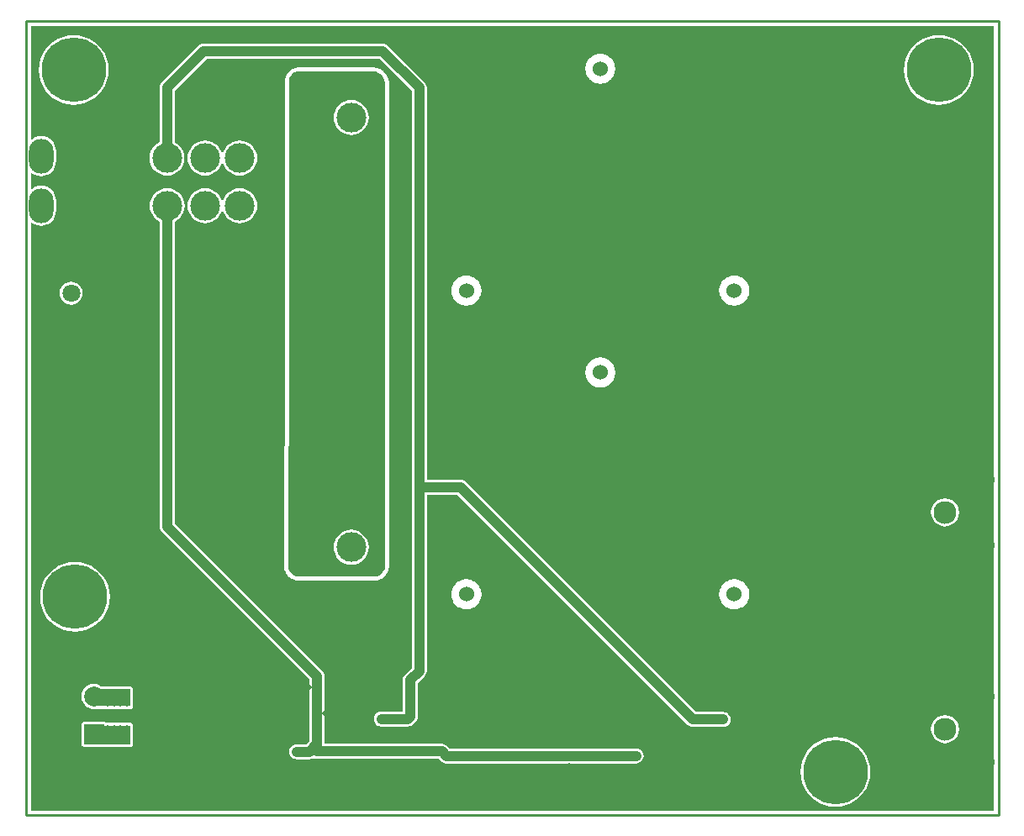
<source format=gbl>
G04 Layer_Physical_Order=2*
G04 Layer_Color=16711680*
%FSLAX25Y25*%
%MOIN*%
G70*
G01*
G75*
%ADD19C,0.03937*%
%ADD25C,0.01000*%
%ADD26C,0.11811*%
%ADD27C,0.06000*%
%ADD28C,0.07874*%
%ADD29R,0.07874X0.07874*%
%ADD30O,0.09842X0.13780*%
%ADD31C,0.07087*%
%ADD32C,0.25590*%
%ADD33C,0.09055*%
%ADD34C,0.13386*%
%ADD35C,0.01968*%
%ADD36R,0.15500X0.07500*%
%ADD37R,0.15000X0.07000*%
G36*
X383971Y1529D02*
X2029D01*
Y234809D01*
X2481Y235023D01*
X2824Y234742D01*
X3853Y234192D01*
X4969Y233853D01*
X6130Y233739D01*
X7291Y233853D01*
X8407Y234192D01*
X9436Y234742D01*
X10337Y235482D01*
X11077Y236383D01*
X11627Y237412D01*
X11965Y238528D01*
X12080Y239689D01*
Y243626D01*
X11965Y244787D01*
X11627Y245903D01*
X11077Y246932D01*
X10337Y247833D01*
X9436Y248573D01*
X8407Y249123D01*
X7291Y249462D01*
X6130Y249576D01*
X4969Y249462D01*
X3853Y249123D01*
X2824Y248573D01*
X2481Y248292D01*
X2029Y248505D01*
Y254495D01*
X2481Y254708D01*
X2824Y254427D01*
X3853Y253877D01*
X4969Y253538D01*
X6130Y253424D01*
X7291Y253538D01*
X8407Y253877D01*
X9436Y254427D01*
X10337Y255167D01*
X11077Y256068D01*
X11627Y257097D01*
X11965Y258213D01*
X12080Y259374D01*
Y263311D01*
X11965Y264472D01*
X11627Y265588D01*
X11077Y266617D01*
X10337Y267518D01*
X9436Y268258D01*
X8407Y268808D01*
X7291Y269147D01*
X6130Y269261D01*
X4969Y269147D01*
X3853Y268808D01*
X2824Y268258D01*
X2481Y267977D01*
X2029Y268191D01*
Y312971D01*
X383971D01*
Y1529D01*
D02*
G37*
%LPC*%
G36*
X19500Y100338D02*
X17335Y100168D01*
X15224Y99661D01*
X13218Y98830D01*
X11366Y97695D01*
X9715Y96285D01*
X8305Y94634D01*
X7170Y92782D01*
X6339Y90776D01*
X5832Y88665D01*
X5662Y86500D01*
X5832Y84335D01*
X6339Y82224D01*
X7170Y80218D01*
X8305Y78366D01*
X9715Y76715D01*
X11366Y75305D01*
X13218Y74170D01*
X15224Y73339D01*
X17335Y72832D01*
X19500Y72662D01*
X21665Y72832D01*
X23776Y73339D01*
X25782Y74170D01*
X27634Y75305D01*
X29285Y76715D01*
X30695Y78366D01*
X31830Y80218D01*
X32661Y82224D01*
X33168Y84335D01*
X33338Y86500D01*
X33168Y88665D01*
X32661Y90776D01*
X31830Y92782D01*
X30695Y94634D01*
X29285Y96285D01*
X27634Y97695D01*
X25782Y98830D01*
X23776Y99661D01*
X21665Y100168D01*
X19500Y100338D01*
D02*
G37*
G36*
X27000Y51980D02*
X25711Y51810D01*
X24510Y51313D01*
X23479Y50521D01*
X22688Y49490D01*
X22190Y48289D01*
X22020Y47000D01*
X22190Y45711D01*
X22688Y44510D01*
X23479Y43479D01*
X24510Y42687D01*
X25711Y42190D01*
X25962Y42157D01*
X26110Y42058D01*
X26500Y41980D01*
X32482D01*
X32500Y41977D01*
X32518Y41980D01*
X34982D01*
X35000Y41977D01*
X35018Y41980D01*
X37482D01*
X37500Y41977D01*
X37518Y41980D01*
X39982D01*
X40000Y41977D01*
X40018Y41980D01*
X41500D01*
X41890Y42058D01*
X42221Y42279D01*
X42442Y42610D01*
X42520Y43000D01*
Y50000D01*
X42442Y50390D01*
X42221Y50721D01*
X41890Y50942D01*
X41500Y51020D01*
X40018D01*
X40000Y51023D01*
X39982Y51020D01*
X37518D01*
X37500Y51023D01*
X37482Y51020D01*
X35018D01*
X35000Y51023D01*
X34982Y51020D01*
X32518D01*
X32500Y51023D01*
X32482Y51020D01*
X29871D01*
X29490Y51313D01*
X28289Y51810D01*
X27000Y51980D01*
D02*
G37*
G36*
X137993Y296606D02*
X108106D01*
X107951Y296575D01*
X107793D01*
X107020Y296421D01*
X106874Y296361D01*
X106719Y296330D01*
X105991Y296028D01*
X105859Y295940D01*
X105713Y295880D01*
X105058Y295442D01*
X104946Y295330D01*
X104815Y295242D01*
X104258Y294685D01*
X104170Y294554D01*
X104058Y294442D01*
X103620Y293787D01*
X103560Y293641D01*
X103472Y293509D01*
X103170Y292781D01*
X103139Y292626D01*
X103079Y292480D01*
X102925Y291707D01*
Y291549D01*
X102894Y291394D01*
Y291000D01*
Y192505D01*
X102394Y99009D01*
X102395Y99004D01*
X102394Y99000D01*
Y98557D01*
X102425Y98402D01*
Y98243D01*
X102598Y97374D01*
X102659Y97228D01*
X102690Y97073D01*
X103029Y96254D01*
X103117Y96122D01*
X103177Y95976D01*
X103670Y95239D01*
X103781Y95127D01*
X103869Y94996D01*
X104496Y94369D01*
X104628Y94281D01*
X104739Y94170D01*
X105476Y93677D01*
X105622Y93617D01*
X105754Y93529D01*
X106573Y93190D01*
X106728Y93159D01*
X106874Y93098D01*
X107744Y92925D01*
X107902D01*
X108057Y92894D01*
X138443D01*
X138598Y92925D01*
X138756D01*
X139626Y93098D01*
X139772Y93159D01*
X139927Y93190D01*
X140746Y93529D01*
X140877Y93617D01*
X141024Y93677D01*
X141761Y94170D01*
X141873Y94281D01*
X142004Y94369D01*
X142631Y94996D01*
X142719Y95127D01*
X142830Y95239D01*
X143323Y95976D01*
X143383Y96122D01*
X143471Y96254D01*
X143810Y97073D01*
X143841Y97228D01*
X143902Y97374D01*
X144075Y98243D01*
Y98402D01*
X144106Y98557D01*
Y99000D01*
Y290000D01*
Y290493D01*
X144075Y290648D01*
Y290806D01*
X143883Y291772D01*
X143822Y291918D01*
X143791Y292073D01*
X143414Y292983D01*
X143326Y293114D01*
X143266Y293260D01*
X142719Y294079D01*
X142607Y294191D01*
X142519Y294323D01*
X141823Y295019D01*
X141691Y295107D01*
X141579Y295219D01*
X140760Y295766D01*
X140614Y295827D01*
X140483Y295914D01*
X139573Y296291D01*
X139418Y296322D01*
X139272Y296383D01*
X138306Y296575D01*
X138148D01*
X137993Y296606D01*
D02*
G37*
G36*
X280925Y93487D02*
X280859Y93474D01*
X280792Y93479D01*
X279507Y93309D01*
X279381Y93266D01*
X279250Y93240D01*
X278053Y92745D01*
X277942Y92671D01*
X277823Y92611D01*
X276795Y91823D01*
X276707Y91722D01*
X276606Y91635D01*
X275818Y90606D01*
X275759Y90487D01*
X275684Y90376D01*
X275189Y89179D01*
X275163Y89048D01*
X275120Y88922D01*
X274951Y87637D01*
X274959Y87504D01*
X274951Y87371D01*
X275120Y86086D01*
X275163Y85960D01*
X275189Y85829D01*
X275684Y84632D01*
X275759Y84521D01*
X275818Y84401D01*
X276606Y83373D01*
X276707Y83285D01*
X276795Y83185D01*
X277823Y82396D01*
X277942Y82337D01*
X278053Y82263D01*
X279250Y81767D01*
X279381Y81741D01*
X279507Y81699D01*
X280792Y81529D01*
X280859Y81534D01*
X280925Y81521D01*
X280991Y81534D01*
X281058Y81529D01*
X282343Y81699D01*
X282469Y81741D01*
X282600Y81767D01*
X283797Y82263D01*
X283908Y82337D01*
X284028Y82396D01*
X285056Y83185D01*
X285144Y83285D01*
X285244Y83373D01*
X286033Y84401D01*
X286092Y84521D01*
X286166Y84632D01*
X286662Y85829D01*
X286688Y85960D01*
X286731Y86086D01*
X286900Y87371D01*
X286891Y87504D01*
X286900Y87637D01*
X286731Y88922D01*
X286688Y89048D01*
X286662Y89179D01*
X286166Y90376D01*
X286092Y90487D01*
X286033Y90606D01*
X285244Y91635D01*
X285144Y91723D01*
X285056Y91823D01*
X284028Y92611D01*
X283908Y92671D01*
X283797Y92745D01*
X282600Y93240D01*
X282469Y93266D01*
X282343Y93309D01*
X281058Y93479D01*
X280991Y93474D01*
X280925Y93487D01*
D02*
G37*
G36*
X174744D02*
X174678Y93474D01*
X174611Y93479D01*
X173326Y93309D01*
X173200Y93266D01*
X173069Y93240D01*
X171872Y92745D01*
X171761Y92671D01*
X171642Y92611D01*
X170614Y91823D01*
X170526Y91723D01*
X170425Y91635D01*
X169636Y90606D01*
X169578Y90487D01*
X169503Y90376D01*
X169008Y89179D01*
X168982Y89048D01*
X168939Y88922D01*
X168770Y87637D01*
X168778Y87504D01*
X168770Y87371D01*
X168939Y86086D01*
X168982Y85960D01*
X169008Y85829D01*
X169503Y84632D01*
X169578Y84521D01*
X169636Y84401D01*
X170425Y83373D01*
X170526Y83285D01*
X170614Y83185D01*
X171642Y82396D01*
X171761Y82337D01*
X171872Y82263D01*
X173069Y81767D01*
X173200Y81741D01*
X173326Y81699D01*
X174611Y81529D01*
X174678Y81534D01*
X174744Y81521D01*
X174810Y81534D01*
X174877Y81529D01*
X176162Y81699D01*
X176288Y81741D01*
X176419Y81767D01*
X177616Y82263D01*
X177727Y82337D01*
X177847Y82396D01*
X178875Y83185D01*
X178963Y83285D01*
X179063Y83373D01*
X179852Y84401D01*
X179911Y84521D01*
X179985Y84632D01*
X180481Y85829D01*
X180507Y85960D01*
X180550Y86086D01*
X180719Y87371D01*
X180710Y87504D01*
X180719Y87637D01*
X180550Y88922D01*
X180507Y89048D01*
X180481Y89179D01*
X179985Y90376D01*
X179911Y90487D01*
X179852Y90606D01*
X179063Y91635D01*
X178963Y91723D01*
X178875Y91823D01*
X177847Y92611D01*
X177727Y92671D01*
X177616Y92745D01*
X176419Y93240D01*
X176288Y93266D01*
X176162Y93309D01*
X174877Y93479D01*
X174810Y93474D01*
X174744Y93487D01*
D02*
G37*
G36*
X30937Y36957D02*
X23063D01*
X22673Y36879D01*
X22342Y36658D01*
X22121Y36327D01*
X22043Y35937D01*
Y28063D01*
X22121Y27673D01*
X22342Y27342D01*
X22673Y27121D01*
X23063Y27043D01*
X25683D01*
X26000Y26980D01*
X41500D01*
X41890Y27058D01*
X42221Y27279D01*
X42442Y27610D01*
X42520Y28000D01*
Y35500D01*
X42442Y35890D01*
X42221Y36221D01*
X41890Y36442D01*
X41500Y36520D01*
X40018D01*
X40000Y36523D01*
X39982Y36520D01*
X37518D01*
X37500Y36523D01*
X37482Y36520D01*
X35018D01*
X35000Y36523D01*
X34982Y36520D01*
X32518D01*
X32500Y36523D01*
X32482Y36520D01*
X31750D01*
X31658Y36658D01*
X31327Y36879D01*
X30937Y36957D01*
D02*
G37*
G36*
X56130Y248596D02*
X54776Y248463D01*
X53474Y248068D01*
X52275Y247427D01*
X51223Y246564D01*
X50360Y245513D01*
X49719Y244313D01*
X49324Y243011D01*
X49191Y241657D01*
X49324Y240304D01*
X49719Y239002D01*
X50360Y237802D01*
X51223Y236751D01*
X52275Y235888D01*
X53136Y235428D01*
Y114383D01*
X53238Y113608D01*
X53537Y112885D01*
X54013Y112265D01*
X112506Y53772D01*
Y29382D01*
X111118Y27994D01*
X107500D01*
X106725Y27892D01*
X106003Y27593D01*
X105383Y27117D01*
X104907Y26497D01*
X104608Y25775D01*
X104506Y25000D01*
X104608Y24225D01*
X104907Y23503D01*
X105383Y22883D01*
X106003Y22407D01*
X106725Y22108D01*
X107500Y22006D01*
X112358D01*
X113133Y22108D01*
X113855Y22407D01*
X114032Y22543D01*
X114725Y22256D01*
X115500Y22154D01*
X163755D01*
X164630Y21279D01*
X165250Y20803D01*
X165972Y20504D01*
X166747Y20402D01*
X242000D01*
X242775Y20504D01*
X243497Y20803D01*
X244117Y21279D01*
X244593Y21899D01*
X244892Y22621D01*
X244994Y23396D01*
X244892Y24171D01*
X244593Y24893D01*
X244117Y25513D01*
X243497Y25989D01*
X242775Y26288D01*
X242000Y26390D01*
X167987D01*
X167112Y27265D01*
X166492Y27741D01*
X165770Y28040D01*
X164995Y28142D01*
X118494D01*
Y55012D01*
X118392Y55787D01*
X118217Y56210D01*
X118093Y56510D01*
X117617Y57130D01*
X59124Y115623D01*
Y235428D01*
X59985Y235888D01*
X61036Y236751D01*
X61899Y237802D01*
X62541Y239002D01*
X62936Y240304D01*
X63069Y241657D01*
X62936Y243011D01*
X62541Y244313D01*
X61899Y245513D01*
X61036Y246564D01*
X59985Y247427D01*
X58785Y248068D01*
X57484Y248463D01*
X56130Y248596D01*
D02*
G37*
G36*
X364500Y39576D02*
X363057Y39386D01*
X361712Y38829D01*
X360557Y37943D01*
X359671Y36788D01*
X359114Y35443D01*
X358924Y34000D01*
X359114Y32557D01*
X359671Y31213D01*
X360557Y30058D01*
X361712Y29172D01*
X363057Y28615D01*
X364500Y28425D01*
X365943Y28615D01*
X367287Y29172D01*
X368442Y30058D01*
X369328Y31213D01*
X369885Y32557D01*
X370075Y34000D01*
X369885Y35443D01*
X369328Y36788D01*
X368442Y37943D01*
X367287Y38829D01*
X365943Y39386D01*
X364500Y39576D01*
D02*
G37*
G36*
X321000Y30838D02*
X318835Y30668D01*
X316724Y30161D01*
X314718Y29330D01*
X312866Y28195D01*
X311215Y26785D01*
X309805Y25134D01*
X308670Y23282D01*
X307839Y21276D01*
X307332Y19165D01*
X307162Y17000D01*
X307332Y14835D01*
X307839Y12724D01*
X308670Y10718D01*
X309805Y8866D01*
X311215Y7215D01*
X312866Y5805D01*
X314718Y4670D01*
X316724Y3839D01*
X318835Y3332D01*
X321000Y3162D01*
X323165Y3332D01*
X325276Y3839D01*
X327282Y4670D01*
X329134Y5805D01*
X330785Y7215D01*
X332195Y8866D01*
X333330Y10718D01*
X334161Y12724D01*
X334668Y14835D01*
X334838Y17000D01*
X334668Y19165D01*
X334161Y21276D01*
X333330Y23282D01*
X332195Y25134D01*
X330785Y26785D01*
X329134Y28195D01*
X327282Y29330D01*
X325276Y30161D01*
X323165Y30668D01*
X321000Y30838D01*
D02*
G37*
G36*
X141500Y305994D02*
X70500D01*
X69725Y305892D01*
X69003Y305593D01*
X68383Y305117D01*
X53936Y290671D01*
X53460Y290051D01*
X53161Y289328D01*
X53059Y288553D01*
Y266785D01*
X52198Y266325D01*
X51147Y265462D01*
X50284Y264410D01*
X49643Y263211D01*
X49248Y261909D01*
X49115Y260555D01*
X49248Y259201D01*
X49643Y257900D01*
X50284Y256700D01*
X51147Y255649D01*
X52198Y254786D01*
X53398Y254144D01*
X54700Y253749D01*
X56053Y253616D01*
X57407Y253749D01*
X58709Y254144D01*
X59908Y254786D01*
X60960Y255649D01*
X61823Y256700D01*
X62464Y257900D01*
X62859Y259201D01*
X62992Y260555D01*
X62859Y261909D01*
X62464Y263211D01*
X61823Y264410D01*
X60960Y265462D01*
X59908Y266325D01*
X59048Y266785D01*
Y287313D01*
X71740Y300006D01*
X140260D01*
X153006Y287260D01*
Y130000D01*
Y58240D01*
X150383Y55617D01*
X149907Y54997D01*
X149608Y54275D01*
X149506Y53500D01*
Y40994D01*
X141000D01*
X140225Y40892D01*
X139503Y40593D01*
X138883Y40117D01*
X138407Y39497D01*
X138108Y38775D01*
X138006Y38000D01*
X138108Y37225D01*
X138407Y36503D01*
X138883Y35883D01*
X139503Y35407D01*
X140225Y35108D01*
X141000Y35006D01*
X151500D01*
X152275Y35108D01*
X152997Y35407D01*
X153617Y35883D01*
X154617Y36883D01*
X155093Y37503D01*
X155217Y37802D01*
X155392Y38225D01*
X155494Y39000D01*
Y52260D01*
X158117Y54883D01*
X158593Y55503D01*
X158892Y56225D01*
X158994Y57000D01*
Y127006D01*
X171260D01*
X262518Y35748D01*
X263138Y35272D01*
X263437Y35148D01*
X263860Y34973D01*
X264635Y34871D01*
X276500D01*
X277275Y34973D01*
X277997Y35272D01*
X278617Y35748D01*
X279093Y36368D01*
X279392Y37090D01*
X279494Y37865D01*
X279392Y38640D01*
X279093Y39362D01*
X278617Y39982D01*
X277997Y40458D01*
X277275Y40757D01*
X276500Y40859D01*
X265875D01*
X174617Y132117D01*
X173997Y132593D01*
X173275Y132892D01*
X172500Y132994D01*
X158994D01*
Y288500D01*
X158892Y289275D01*
X158593Y289997D01*
X158117Y290617D01*
X143617Y305117D01*
X142997Y305593D01*
X142275Y305892D01*
X141500Y305994D01*
D02*
G37*
G36*
X364500Y125576D02*
X363057Y125386D01*
X361712Y124829D01*
X360557Y123943D01*
X359671Y122788D01*
X359114Y121443D01*
X358924Y120000D01*
X359114Y118557D01*
X359671Y117213D01*
X360557Y116058D01*
X361712Y115172D01*
X363057Y114615D01*
X364500Y114425D01*
X365943Y114615D01*
X367287Y115172D01*
X368442Y116058D01*
X369328Y117213D01*
X369885Y118557D01*
X370075Y120000D01*
X369885Y121443D01*
X369328Y122788D01*
X368442Y123943D01*
X367287Y124829D01*
X365943Y125386D01*
X364500Y125576D01*
D02*
G37*
G36*
X84870Y267494D02*
X83516Y267361D01*
X82215Y266966D01*
X81015Y266325D01*
X79963Y265462D01*
X79101Y264410D01*
X78459Y263211D01*
X78261Y262558D01*
X77739D01*
X77541Y263211D01*
X76899Y264410D01*
X76037Y265462D01*
X74985Y266325D01*
X73785Y266966D01*
X72484Y267361D01*
X71130Y267494D01*
X69776Y267361D01*
X68475Y266966D01*
X67275Y266325D01*
X66223Y265462D01*
X65360Y264410D01*
X64719Y263211D01*
X64324Y261909D01*
X64191Y260555D01*
X64324Y259201D01*
X64719Y257900D01*
X65360Y256700D01*
X66223Y255649D01*
X67275Y254786D01*
X68475Y254144D01*
X69776Y253749D01*
X71130Y253616D01*
X72484Y253749D01*
X73785Y254144D01*
X74985Y254786D01*
X76037Y255649D01*
X76899Y256700D01*
X77541Y257900D01*
X77739Y258553D01*
X78261D01*
X78459Y257900D01*
X79101Y256700D01*
X79963Y255649D01*
X81015Y254786D01*
X82215Y254144D01*
X83516Y253749D01*
X84870Y253616D01*
X86224Y253749D01*
X87525Y254144D01*
X88725Y254786D01*
X89777Y255649D01*
X90640Y256700D01*
X91281Y257900D01*
X91676Y259201D01*
X91809Y260555D01*
X91676Y261909D01*
X91281Y263211D01*
X90640Y264410D01*
X89777Y265462D01*
X88725Y266325D01*
X87525Y266966D01*
X86224Y267361D01*
X84870Y267494D01*
D02*
G37*
G36*
Y248596D02*
X83516Y248463D01*
X82215Y248068D01*
X81015Y247427D01*
X79963Y246564D01*
X79101Y245513D01*
X78459Y244313D01*
X78261Y243660D01*
X77739D01*
X77541Y244313D01*
X76899Y245513D01*
X76037Y246564D01*
X74985Y247427D01*
X73785Y248068D01*
X72484Y248463D01*
X71130Y248596D01*
X69776Y248463D01*
X68475Y248068D01*
X67275Y247427D01*
X66223Y246564D01*
X65360Y245513D01*
X64719Y244313D01*
X64324Y243011D01*
X64191Y241657D01*
X64324Y240304D01*
X64719Y239002D01*
X65360Y237802D01*
X66223Y236751D01*
X67275Y235888D01*
X68475Y235247D01*
X69776Y234852D01*
X71130Y234719D01*
X72484Y234852D01*
X73785Y235247D01*
X74985Y235888D01*
X76037Y236751D01*
X76899Y237802D01*
X77541Y239002D01*
X77739Y239655D01*
X78261D01*
X78459Y239002D01*
X79101Y237802D01*
X79963Y236751D01*
X81015Y235888D01*
X82215Y235247D01*
X83516Y234852D01*
X84870Y234719D01*
X86224Y234852D01*
X87525Y235247D01*
X88725Y235888D01*
X89777Y236751D01*
X90640Y237802D01*
X91281Y239002D01*
X91676Y240304D01*
X91809Y241657D01*
X91676Y243011D01*
X91281Y244313D01*
X90640Y245513D01*
X89777Y246564D01*
X88725Y247427D01*
X87525Y248068D01*
X86224Y248463D01*
X84870Y248596D01*
D02*
G37*
G36*
X19000Y309338D02*
X16835Y309168D01*
X14724Y308661D01*
X12718Y307830D01*
X10866Y306695D01*
X9215Y305285D01*
X7805Y303634D01*
X6670Y301782D01*
X5839Y299776D01*
X5332Y297665D01*
X5162Y295500D01*
X5332Y293335D01*
X5839Y291224D01*
X6670Y289218D01*
X7805Y287366D01*
X9215Y285715D01*
X10866Y284305D01*
X12718Y283170D01*
X14724Y282339D01*
X16835Y281832D01*
X19000Y281662D01*
X21165Y281832D01*
X23276Y282339D01*
X25282Y283170D01*
X27134Y284305D01*
X28785Y285715D01*
X30195Y287366D01*
X31330Y289218D01*
X32161Y291224D01*
X32668Y293335D01*
X32838Y295500D01*
X32668Y297665D01*
X32161Y299776D01*
X31330Y301782D01*
X30195Y303634D01*
X28785Y305285D01*
X27134Y306695D01*
X25282Y307830D01*
X23276Y308661D01*
X21165Y309168D01*
X19000Y309338D01*
D02*
G37*
G36*
X227854Y301979D02*
X227788Y301966D01*
X227721Y301971D01*
X226436Y301801D01*
X226310Y301759D01*
X226179Y301733D01*
X224982Y301237D01*
X224871Y301163D01*
X224752Y301104D01*
X223724Y300315D01*
X223636Y300215D01*
X223536Y300127D01*
X222747Y299099D01*
X222688Y298979D01*
X222614Y298868D01*
X222118Y297671D01*
X222092Y297540D01*
X222049Y297414D01*
X221880Y296129D01*
X221888Y295996D01*
X221880Y295863D01*
X222049Y294578D01*
X222092Y294452D01*
X222118Y294321D01*
X222614Y293124D01*
X222688Y293013D01*
X222747Y292894D01*
X223536Y291865D01*
X223636Y291778D01*
X223724Y291677D01*
X224752Y290888D01*
X224871Y290829D01*
X224982Y290755D01*
X226179Y290260D01*
X226310Y290233D01*
X226436Y290191D01*
X227721Y290021D01*
X227788Y290026D01*
X227854Y290013D01*
X227920Y290026D01*
X227987Y290021D01*
X229272Y290191D01*
X229398Y290233D01*
X229529Y290260D01*
X230726Y290755D01*
X230837Y290829D01*
X230957Y290888D01*
X231985Y291677D01*
X232073Y291778D01*
X232173Y291865D01*
X232962Y292894D01*
X233021Y293013D01*
X233095Y293124D01*
X233591Y294321D01*
X233617Y294452D01*
X233660Y294578D01*
X233829Y295863D01*
X233820Y295996D01*
X233829Y296129D01*
X233660Y297414D01*
X233617Y297540D01*
X233591Y297671D01*
X233095Y298868D01*
X233021Y298979D01*
X232962Y299099D01*
X232173Y300127D01*
X232073Y300215D01*
X231985Y300315D01*
X230957Y301104D01*
X230837Y301163D01*
X230726Y301237D01*
X229529Y301733D01*
X229398Y301759D01*
X229272Y301801D01*
X227987Y301971D01*
X227920Y301966D01*
X227854Y301979D01*
D02*
G37*
G36*
X362000Y309338D02*
X359835Y309168D01*
X357724Y308661D01*
X355718Y307830D01*
X353866Y306695D01*
X352215Y305285D01*
X350805Y303634D01*
X349670Y301782D01*
X348839Y299776D01*
X348332Y297665D01*
X348162Y295500D01*
X348332Y293335D01*
X348839Y291224D01*
X349670Y289218D01*
X350805Y287366D01*
X352215Y285715D01*
X353866Y284305D01*
X355718Y283170D01*
X357724Y282339D01*
X359835Y281832D01*
X362000Y281662D01*
X364165Y281832D01*
X366276Y282339D01*
X368282Y283170D01*
X370134Y284305D01*
X371785Y285715D01*
X373195Y287366D01*
X374330Y289218D01*
X375161Y291224D01*
X375668Y293335D01*
X375838Y295500D01*
X375668Y297665D01*
X375161Y299776D01*
X374330Y301782D01*
X373195Y303634D01*
X371785Y305285D01*
X370134Y306695D01*
X368282Y307830D01*
X366276Y308661D01*
X364165Y309168D01*
X362000Y309338D01*
D02*
G37*
G36*
X280925Y213987D02*
X280859Y213974D01*
X280792Y213979D01*
X279507Y213809D01*
X279381Y213767D01*
X279250Y213740D01*
X278053Y213245D01*
X277942Y213171D01*
X277823Y213111D01*
X276795Y212323D01*
X276707Y212222D01*
X276606Y212135D01*
X275818Y211106D01*
X275759Y210987D01*
X275684Y210876D01*
X275189Y209679D01*
X275163Y209548D01*
X275120Y209422D01*
X274951Y208137D01*
X274959Y208004D01*
X274951Y207871D01*
X275120Y206586D01*
X275163Y206460D01*
X275189Y206329D01*
X275684Y205132D01*
X275759Y205021D01*
X275818Y204901D01*
X276606Y203873D01*
X276707Y203785D01*
X276795Y203685D01*
X277823Y202896D01*
X277942Y202837D01*
X278053Y202763D01*
X279250Y202267D01*
X279381Y202241D01*
X279507Y202199D01*
X280792Y202029D01*
X280859Y202034D01*
X280925Y202021D01*
X280991Y202034D01*
X281058Y202029D01*
X282343Y202199D01*
X282469Y202241D01*
X282600Y202267D01*
X283797Y202763D01*
X283908Y202837D01*
X284028Y202896D01*
X285056Y203685D01*
X285144Y203785D01*
X285244Y203873D01*
X286033Y204901D01*
X286092Y205021D01*
X286166Y205132D01*
X286662Y206329D01*
X286688Y206460D01*
X286731Y206586D01*
X286900Y207871D01*
X286891Y208004D01*
X286900Y208137D01*
X286731Y209422D01*
X286688Y209548D01*
X286662Y209679D01*
X286166Y210876D01*
X286092Y210987D01*
X286033Y211106D01*
X285244Y212135D01*
X285144Y212223D01*
X285056Y212323D01*
X284028Y213111D01*
X283908Y213171D01*
X283797Y213245D01*
X282600Y213740D01*
X282469Y213767D01*
X282343Y213809D01*
X281058Y213979D01*
X280991Y213974D01*
X280925Y213987D01*
D02*
G37*
G36*
X227854Y181479D02*
X227788Y181466D01*
X227721Y181471D01*
X226436Y181301D01*
X226310Y181259D01*
X226179Y181233D01*
X224982Y180737D01*
X224871Y180663D01*
X224752Y180604D01*
X223724Y179815D01*
X223636Y179715D01*
X223536Y179627D01*
X222747Y178599D01*
X222688Y178479D01*
X222614Y178368D01*
X222118Y177171D01*
X222092Y177040D01*
X222049Y176914D01*
X221880Y175629D01*
X221888Y175496D01*
X221880Y175363D01*
X222049Y174078D01*
X222092Y173952D01*
X222118Y173821D01*
X222614Y172624D01*
X222688Y172513D01*
X222747Y172394D01*
X223536Y171365D01*
X223636Y171277D01*
X223724Y171177D01*
X224752Y170388D01*
X224871Y170329D01*
X224982Y170255D01*
X226179Y169760D01*
X226310Y169734D01*
X226436Y169691D01*
X227721Y169521D01*
X227788Y169526D01*
X227854Y169513D01*
X227920Y169526D01*
X227987Y169521D01*
X229272Y169691D01*
X229398Y169734D01*
X229529Y169760D01*
X230726Y170255D01*
X230837Y170329D01*
X230957Y170388D01*
X231985Y171177D01*
X232073Y171277D01*
X232173Y171365D01*
X232962Y172394D01*
X233021Y172513D01*
X233095Y172624D01*
X233591Y173821D01*
X233617Y173952D01*
X233660Y174078D01*
X233829Y175363D01*
X233820Y175496D01*
X233829Y175629D01*
X233660Y176914D01*
X233617Y177040D01*
X233591Y177171D01*
X233095Y178368D01*
X233021Y178479D01*
X232962Y178599D01*
X232173Y179627D01*
X232073Y179715D01*
X231985Y179815D01*
X230957Y180604D01*
X230837Y180663D01*
X230726Y180737D01*
X229529Y181233D01*
X229398Y181259D01*
X229272Y181301D01*
X227987Y181471D01*
X227920Y181466D01*
X227854Y181479D01*
D02*
G37*
G36*
X18000Y211582D02*
X16814Y211426D01*
X15709Y210969D01*
X14760Y210240D01*
X14031Y209291D01*
X13574Y208186D01*
X13418Y207000D01*
X13574Y205814D01*
X14031Y204709D01*
X14760Y203760D01*
X15709Y203031D01*
X16814Y202574D01*
X18000Y202417D01*
X19186Y202574D01*
X20291Y203031D01*
X21240Y203760D01*
X21969Y204709D01*
X22426Y205814D01*
X22582Y207000D01*
X22426Y208186D01*
X21969Y209291D01*
X21240Y210240D01*
X20291Y210969D01*
X19186Y211426D01*
X18000Y211582D01*
D02*
G37*
G36*
X174744Y213987D02*
X174678Y213974D01*
X174611Y213979D01*
X173326Y213809D01*
X173200Y213767D01*
X173069Y213740D01*
X171872Y213245D01*
X171761Y213171D01*
X171642Y213111D01*
X170614Y212323D01*
X170526Y212222D01*
X170425Y212135D01*
X169636Y211106D01*
X169578Y210987D01*
X169503Y210876D01*
X169008Y209679D01*
X168982Y209548D01*
X168939Y209422D01*
X168770Y208137D01*
X168778Y208004D01*
X168770Y207871D01*
X168939Y206586D01*
X168982Y206460D01*
X169008Y206329D01*
X169503Y205132D01*
X169578Y205021D01*
X169636Y204901D01*
X170425Y203873D01*
X170526Y203785D01*
X170614Y203685D01*
X171642Y202896D01*
X171761Y202837D01*
X171872Y202763D01*
X173069Y202267D01*
X173200Y202241D01*
X173326Y202199D01*
X174611Y202029D01*
X174678Y202034D01*
X174744Y202021D01*
X174810Y202034D01*
X174877Y202029D01*
X176162Y202199D01*
X176288Y202241D01*
X176419Y202267D01*
X177616Y202763D01*
X177727Y202837D01*
X177847Y202896D01*
X178875Y203685D01*
X178963Y203785D01*
X179063Y203873D01*
X179852Y204901D01*
X179911Y205021D01*
X179985Y205132D01*
X180481Y206329D01*
X180507Y206460D01*
X180550Y206586D01*
X180719Y207871D01*
X180710Y208004D01*
X180719Y208137D01*
X180550Y209422D01*
X180507Y209548D01*
X180481Y209679D01*
X179985Y210876D01*
X179911Y210987D01*
X179852Y211106D01*
X179063Y212135D01*
X178963Y212223D01*
X178875Y212323D01*
X177847Y213111D01*
X177727Y213171D01*
X177616Y213245D01*
X176419Y213740D01*
X176288Y213767D01*
X176162Y213809D01*
X174877Y213979D01*
X174810Y213974D01*
X174744Y213987D01*
D02*
G37*
%LPD*%
G36*
X138958Y294808D02*
X139868Y294431D01*
X140687Y293884D01*
X141384Y293187D01*
X141931Y292368D01*
X142308Y291458D01*
X142500Y290493D01*
Y290000D01*
Y99000D01*
Y98557D01*
X142327Y97687D01*
X141988Y96868D01*
X141495Y96131D01*
X140869Y95505D01*
X140131Y95012D01*
X139313Y94673D01*
X138443Y94500D01*
X108057D01*
X107187Y94673D01*
X106369Y95012D01*
X105631Y95505D01*
X105005Y96131D01*
X104512Y96868D01*
X104173Y97687D01*
X104000Y98557D01*
Y99000D01*
X104500Y192500D01*
Y291000D01*
Y291394D01*
X104654Y292167D01*
X104955Y292895D01*
X105393Y293550D01*
X105950Y294107D01*
X106605Y294545D01*
X107333Y294846D01*
X108106Y295000D01*
X137993D01*
X138958Y294808D01*
D02*
G37*
%LPC*%
G36*
X129075Y113104D02*
X127721Y112971D01*
X126419Y112576D01*
X125220Y111935D01*
X124168Y111072D01*
X123305Y110020D01*
X122664Y108821D01*
X122269Y107519D01*
X122136Y106165D01*
X122269Y104812D01*
X122664Y103510D01*
X123305Y102310D01*
X124168Y101259D01*
X125220Y100396D01*
X126419Y99755D01*
X127721Y99360D01*
X129075Y99226D01*
X130429Y99360D01*
X131730Y99755D01*
X132930Y100396D01*
X133981Y101259D01*
X134844Y102310D01*
X135485Y103510D01*
X135880Y104812D01*
X136014Y106165D01*
X135880Y107519D01*
X135485Y108821D01*
X134844Y110020D01*
X133981Y111072D01*
X132930Y111935D01*
X131730Y112576D01*
X130429Y112971D01*
X129075Y113104D01*
D02*
G37*
G36*
Y283604D02*
X127721Y283471D01*
X126419Y283076D01*
X125220Y282435D01*
X124168Y281572D01*
X123305Y280520D01*
X122664Y279321D01*
X122269Y278019D01*
X122136Y276665D01*
X122269Y275312D01*
X122664Y274010D01*
X123305Y272810D01*
X124168Y271759D01*
X125220Y270896D01*
X126419Y270255D01*
X127721Y269860D01*
X129075Y269726D01*
X130429Y269860D01*
X131730Y270255D01*
X132930Y270896D01*
X133981Y271759D01*
X134844Y272810D01*
X135485Y274010D01*
X135880Y275312D01*
X136014Y276665D01*
X135880Y278019D01*
X135485Y279321D01*
X134844Y280520D01*
X133981Y281572D01*
X132930Y282435D01*
X131730Y283076D01*
X130429Y283471D01*
X129075Y283604D01*
D02*
G37*
%LPD*%
D19*
X56053Y260555D02*
Y288553D01*
X70500Y303000D01*
X141500D01*
X107500Y25000D02*
X110000D01*
X112358D01*
X56130Y114383D02*
Y241657D01*
Y114383D02*
X115500Y55012D01*
X141000Y38000D02*
X151500D01*
X152500Y39000D01*
Y53500D01*
X156000Y57000D01*
X141500Y303000D02*
X156000Y288500D01*
X166747Y23396D02*
X242000D01*
X156000Y130000D02*
X172500D01*
X156000Y57000D02*
Y130000D01*
Y288500D01*
X172500Y130000D02*
X264635Y37865D01*
X276500D01*
X115500Y25148D02*
Y55012D01*
Y25148D02*
X164995D01*
X166747Y23396D01*
X112358Y25000D02*
X115500Y28142D01*
D25*
X0Y0D02*
Y284500D01*
Y0D02*
X385500D01*
X385827D02*
Y314961D01*
X0D02*
X385827D01*
X0Y284500D02*
Y314961D01*
D26*
X129075Y106165D02*
D03*
Y156165D02*
D03*
Y226665D02*
D03*
Y276665D02*
D03*
X84870Y241657D02*
D03*
X71130D02*
D03*
X56130D02*
D03*
X56053Y260555D02*
D03*
X71130D02*
D03*
X84870D02*
D03*
D27*
X174744Y87504D02*
D03*
X280925D02*
D03*
X227854Y175496D02*
D03*
X174744Y208004D02*
D03*
X280925D02*
D03*
X227854Y295996D02*
D03*
D28*
X27000Y47000D02*
D03*
D29*
Y32000D02*
D03*
D30*
X6130Y241657D02*
D03*
Y261343D02*
D03*
D31*
X18000Y207000D02*
D03*
Y197000D02*
D03*
D32*
X19000Y295500D02*
D03*
X19500Y86500D02*
D03*
X362000Y295500D02*
D03*
X321000Y17000D02*
D03*
D33*
X364500Y120000D02*
D03*
Y34000D02*
D03*
D34*
X351508Y132992D02*
D03*
Y107008D02*
D03*
X377492D02*
D03*
Y132992D02*
D03*
X351508Y46992D02*
D03*
Y21008D02*
D03*
X377492D02*
D03*
Y46992D02*
D03*
D35*
X100014Y188900D02*
D03*
X97500D02*
D03*
Y191200D02*
D03*
Y193700D02*
D03*
X99900Y193800D02*
D03*
X106100Y189200D02*
D03*
X108500Y189300D02*
D03*
Y191800D02*
D03*
Y194100D02*
D03*
X105986D02*
D03*
X93100Y36658D02*
D03*
X83900Y51859D02*
D03*
X82500Y22300D02*
D03*
Y28779D02*
D03*
X381799Y275445D02*
D03*
X373925Y259697D02*
D03*
X381799Y243949D02*
D03*
X373925Y228201D02*
D03*
X381799Y212453D02*
D03*
X373925Y196705D02*
D03*
X381799Y180957D02*
D03*
X373925Y165209D02*
D03*
X381799Y149461D02*
D03*
Y117964D02*
D03*
Y86468D02*
D03*
X373925Y70720D02*
D03*
Y7728D02*
D03*
X366051Y275445D02*
D03*
X358177Y259697D02*
D03*
X366051Y243949D02*
D03*
X358177Y228201D02*
D03*
X366051Y212453D02*
D03*
X358177Y196705D02*
D03*
X366051Y180957D02*
D03*
X358177Y165209D02*
D03*
X366051Y149461D02*
D03*
Y86468D02*
D03*
X358177Y70720D02*
D03*
X366051Y54972D02*
D03*
X358177Y7728D02*
D03*
X342429Y291193D02*
D03*
X350303Y275445D02*
D03*
X342429Y259697D02*
D03*
X350303Y243949D02*
D03*
X342429Y228201D02*
D03*
X350303Y212453D02*
D03*
X342429Y196705D02*
D03*
X350303Y180957D02*
D03*
X342429Y165209D02*
D03*
X350303Y149461D02*
D03*
Y86468D02*
D03*
X342429Y70720D02*
D03*
Y7728D02*
D03*
X326681Y291193D02*
D03*
X334555Y275445D02*
D03*
X326681Y259697D02*
D03*
X334555Y243949D02*
D03*
X326681Y228201D02*
D03*
X334555Y212453D02*
D03*
X326681Y196705D02*
D03*
X334555Y180957D02*
D03*
X326681Y165209D02*
D03*
X334555Y149461D02*
D03*
X326681Y133713D02*
D03*
Y102216D02*
D03*
X334555Y86468D02*
D03*
X326681Y70720D02*
D03*
X334555Y54972D02*
D03*
Y23476D02*
D03*
X310933Y291193D02*
D03*
X318807Y275445D02*
D03*
X310933Y259697D02*
D03*
X318807Y243949D02*
D03*
X310933Y228201D02*
D03*
X318807Y212453D02*
D03*
X310933Y196705D02*
D03*
X318807Y180957D02*
D03*
X310933Y165209D02*
D03*
X318807Y149461D02*
D03*
X310933Y133713D02*
D03*
Y102216D02*
D03*
X318807Y86468D02*
D03*
X310933Y70720D02*
D03*
X318807Y54972D02*
D03*
X295185Y291193D02*
D03*
X303059Y275445D02*
D03*
X295185Y259697D02*
D03*
X303059Y243949D02*
D03*
X295185Y228201D02*
D03*
X303059Y212453D02*
D03*
X295185Y196705D02*
D03*
X303059Y180957D02*
D03*
X295185Y165209D02*
D03*
X303059Y149461D02*
D03*
X295185Y133713D02*
D03*
Y102216D02*
D03*
X303059Y86468D02*
D03*
Y54972D02*
D03*
Y23476D02*
D03*
X279437Y291193D02*
D03*
X287311Y275445D02*
D03*
X279437Y259697D02*
D03*
X287311Y243949D02*
D03*
X279437Y228201D02*
D03*
X287311Y212453D02*
D03*
X279437Y196705D02*
D03*
X287311Y180957D02*
D03*
X279437Y165209D02*
D03*
X287311Y149461D02*
D03*
X279437Y133713D02*
D03*
Y102216D02*
D03*
X263689Y291193D02*
D03*
X271563Y275445D02*
D03*
X263689Y259697D02*
D03*
X271563Y243949D02*
D03*
X263689Y228201D02*
D03*
X271563Y212453D02*
D03*
X263689Y196705D02*
D03*
X271563Y180957D02*
D03*
X263689Y165209D02*
D03*
X271563Y149461D02*
D03*
X263689Y133713D02*
D03*
Y102216D02*
D03*
X271563Y86468D02*
D03*
Y54972D02*
D03*
Y23476D02*
D03*
X247941Y291193D02*
D03*
X255815Y275445D02*
D03*
X247941Y259697D02*
D03*
X255815Y243949D02*
D03*
X247941Y228201D02*
D03*
X255815Y212453D02*
D03*
X247941Y196705D02*
D03*
X255815Y180957D02*
D03*
X247941Y165209D02*
D03*
X255815Y149461D02*
D03*
X247941Y133713D02*
D03*
X255815Y86468D02*
D03*
Y54972D02*
D03*
Y23476D02*
D03*
X240067Y275445D02*
D03*
X232193Y259697D02*
D03*
X240067Y243949D02*
D03*
X232193Y228201D02*
D03*
X240067Y212453D02*
D03*
X232193Y196705D02*
D03*
X240067Y180957D02*
D03*
X232193Y165209D02*
D03*
X240067Y149461D02*
D03*
X232193Y133713D02*
D03*
X240067Y117964D02*
D03*
Y86468D02*
D03*
X216445Y291193D02*
D03*
X224319Y275445D02*
D03*
X216445Y259697D02*
D03*
X224319Y243949D02*
D03*
X216445Y228201D02*
D03*
X224319Y212453D02*
D03*
X216445Y196705D02*
D03*
Y165209D02*
D03*
X224319Y149461D02*
D03*
X216445Y133713D02*
D03*
X224319Y117964D02*
D03*
X216445Y102216D02*
D03*
X200697Y291193D02*
D03*
X208571Y275445D02*
D03*
X200697Y259697D02*
D03*
X208571Y243949D02*
D03*
X200697Y228201D02*
D03*
X208571Y212453D02*
D03*
X200697Y196705D02*
D03*
X208571Y180957D02*
D03*
X200697Y165209D02*
D03*
X208571Y149461D02*
D03*
X200697Y133713D02*
D03*
X208571Y117964D02*
D03*
Y54972D02*
D03*
X200697Y7728D02*
D03*
X184949Y291193D02*
D03*
X192823Y275445D02*
D03*
X184949Y259697D02*
D03*
X192823Y243949D02*
D03*
X184949Y228201D02*
D03*
X192823Y212453D02*
D03*
X184949Y196705D02*
D03*
X192823Y180957D02*
D03*
X184949Y165209D02*
D03*
X192823Y149461D02*
D03*
X184949Y133713D02*
D03*
X192823Y117964D02*
D03*
X184949Y102216D02*
D03*
X192823Y86468D02*
D03*
X184949Y70720D02*
D03*
Y7728D02*
D03*
X169201Y291193D02*
D03*
X177075Y275445D02*
D03*
X169201Y259697D02*
D03*
X177075Y243949D02*
D03*
X169201Y228201D02*
D03*
Y196705D02*
D03*
X177075Y180957D02*
D03*
X169201Y165209D02*
D03*
X177075Y149461D02*
D03*
Y117964D02*
D03*
X169201Y102216D02*
D03*
X161327Y275445D02*
D03*
Y243949D02*
D03*
Y212453D02*
D03*
Y180957D02*
D03*
Y149461D02*
D03*
Y117964D02*
D03*
Y86468D02*
D03*
X145579Y275445D02*
D03*
Y243949D02*
D03*
Y212453D02*
D03*
Y180957D02*
D03*
Y149461D02*
D03*
Y117964D02*
D03*
Y86468D02*
D03*
Y54972D02*
D03*
X129831Y86468D02*
D03*
Y54972D02*
D03*
X114083Y86468D02*
D03*
X106209Y70720D02*
D03*
X98335Y243949D02*
D03*
X90461Y228201D02*
D03*
X98335Y212453D02*
D03*
X90461Y196705D02*
D03*
X98335Y180957D02*
D03*
X90461Y165209D02*
D03*
X98335Y149461D02*
D03*
X90461Y133713D02*
D03*
Y102216D02*
D03*
X98335Y86468D02*
D03*
Y54972D02*
D03*
Y23476D02*
D03*
X74713Y291193D02*
D03*
X82587Y212453D02*
D03*
Y180957D02*
D03*
Y149461D02*
D03*
Y117964D02*
D03*
X66839Y275445D02*
D03*
Y212453D02*
D03*
Y180957D02*
D03*
Y149461D02*
D03*
Y117964D02*
D03*
X58965Y70720D02*
D03*
Y7728D02*
D03*
X43216Y291193D02*
D03*
X51091Y275445D02*
D03*
X43216Y228201D02*
D03*
X51091Y212453D02*
D03*
X43216Y196705D02*
D03*
X51091Y180957D02*
D03*
X43216Y165209D02*
D03*
X51091Y149461D02*
D03*
X43216Y133713D02*
D03*
X51091Y117964D02*
D03*
X43216Y102216D02*
D03*
Y70720D02*
D03*
Y7728D02*
D03*
X35342Y275445D02*
D03*
X27468Y259697D02*
D03*
X35342Y243949D02*
D03*
Y212453D02*
D03*
X27468Y196705D02*
D03*
X35342Y180957D02*
D03*
X27468Y165209D02*
D03*
X35342Y149461D02*
D03*
X27468Y133713D02*
D03*
X35342Y117964D02*
D03*
X27468Y102216D02*
D03*
X35342Y86468D02*
D03*
X27468Y70720D02*
D03*
Y7728D02*
D03*
X19594Y275445D02*
D03*
Y243949D02*
D03*
X11720Y228201D02*
D03*
X19594Y180957D02*
D03*
X11720Y165209D02*
D03*
X19594Y149461D02*
D03*
X11720Y133713D02*
D03*
X19594Y117964D02*
D03*
X11720Y102216D02*
D03*
Y70720D02*
D03*
X19594Y54972D02*
D03*
X11720Y39224D02*
D03*
Y7728D02*
D03*
X117000Y106000D02*
D03*
X113000D02*
D03*
X112358Y125000D02*
D03*
X117500D02*
D03*
X116500Y284000D02*
D03*
X112500D02*
D03*
X112000Y263500D02*
D03*
X117000D02*
D03*
X32500Y34500D02*
D03*
Y32000D02*
D03*
Y29500D02*
D03*
X35000D02*
D03*
X37500D02*
D03*
X40000D02*
D03*
X35000Y32000D02*
D03*
X37500D02*
D03*
X40000D02*
D03*
Y34500D02*
D03*
X37500D02*
D03*
X35000D02*
D03*
Y49000D02*
D03*
X37500D02*
D03*
X40000D02*
D03*
Y46500D02*
D03*
X37500D02*
D03*
X35000D02*
D03*
X40000Y44000D02*
D03*
X37500D02*
D03*
X35000D02*
D03*
X32500D02*
D03*
Y46500D02*
D03*
Y49000D02*
D03*
X114500Y16000D02*
D03*
X110500D02*
D03*
X104512D02*
D03*
X87500Y286500D02*
D03*
X83500D02*
D03*
X65500Y222000D02*
D03*
Y218500D02*
D03*
X107500Y25000D02*
D03*
X110000D02*
D03*
X112358D02*
D03*
X76000Y23396D02*
D03*
Y19047D02*
D03*
Y10349D02*
D03*
Y14698D02*
D03*
Y6000D02*
D03*
X85947D02*
D03*
X80974D02*
D03*
X90921D02*
D03*
X95895D02*
D03*
X110816D02*
D03*
X100868D02*
D03*
X105842D02*
D03*
X125737D02*
D03*
X130710D02*
D03*
X120763D02*
D03*
X115789D02*
D03*
X135684D02*
D03*
X140658D02*
D03*
X150605D02*
D03*
X145632D02*
D03*
X155579D02*
D03*
X165526D02*
D03*
X160553D02*
D03*
X170500D02*
D03*
X170500Y14698D02*
D03*
Y10349D02*
D03*
Y31071D02*
D03*
Y34714D02*
D03*
X160553Y67000D02*
D03*
X165526D02*
D03*
X145632D02*
D03*
X150605D02*
D03*
X140658D02*
D03*
X135684D02*
D03*
X115789D02*
D03*
X120763D02*
D03*
X130711D02*
D03*
X125737D02*
D03*
X110816D02*
D03*
X95895D02*
D03*
X90921D02*
D03*
X80974D02*
D03*
X85947D02*
D03*
X76000Y54250D02*
D03*
Y58500D02*
D03*
Y62750D02*
D03*
Y67000D02*
D03*
X170500Y67000D02*
D03*
Y62214D02*
D03*
Y57429D02*
D03*
Y52643D02*
D03*
X110146Y149461D02*
D03*
X119988Y169146D02*
D03*
Y208516D02*
D03*
X110146Y228201D02*
D03*
X119988Y247886D02*
D03*
X139673Y129776D02*
D03*
Y169146D02*
D03*
X129831Y188831D02*
D03*
X139673Y208516D02*
D03*
Y247886D02*
D03*
X129831Y267571D02*
D03*
X28292Y52842D02*
D03*
X34140Y52023D02*
D03*
X40046D02*
D03*
X45951D02*
D03*
X51757Y50942D02*
D03*
X52023Y45042D02*
D03*
X47740Y40977D02*
D03*
X41834D02*
D03*
X35929D02*
D03*
X30023D02*
D03*
X24167Y41741D02*
D03*
X21023Y46740D02*
D03*
X50770Y37865D02*
D03*
X52023Y32094D02*
D03*
X50995Y26279D02*
D03*
X45098Y25977D02*
D03*
X39192D02*
D03*
X33287D02*
D03*
X27381D02*
D03*
X21531Y26784D02*
D03*
X21040Y32669D02*
D03*
X23663Y37960D02*
D03*
X29569D02*
D03*
X35458Y37523D02*
D03*
X41343Y38019D02*
D03*
X47248D02*
D03*
X76000Y50000D02*
D03*
Y27745D02*
D03*
Y32094D02*
D03*
X141000Y38000D02*
D03*
X147000D02*
D03*
X152500Y37865D02*
D03*
X228121Y57500D02*
D03*
X230000Y55500D02*
D03*
X170500Y19047D02*
D03*
X170500Y27429D02*
D03*
X242000Y23396D02*
D03*
X239250D02*
D03*
X236500D02*
D03*
X144000Y45500D02*
D03*
X146000Y44032D02*
D03*
X148500D02*
D03*
X276500Y38000D02*
D03*
X271500D02*
D03*
X269000D02*
D03*
X281500Y44532D02*
D03*
X275500Y44500D02*
D03*
X273500Y46252D02*
D03*
X279500Y46500D02*
D03*
X244000Y15500D02*
D03*
X242000Y14000D02*
D03*
X238000Y15500D02*
D03*
X236000Y14000D02*
D03*
X215500Y6000D02*
D03*
Y10349D02*
D03*
Y15000D02*
D03*
Y19500D02*
D03*
Y28000D02*
D03*
X219941Y6000D02*
D03*
X224382D02*
D03*
X228823D02*
D03*
X233265D02*
D03*
X237706D02*
D03*
X242147D02*
D03*
X246588D02*
D03*
X251029D02*
D03*
X255470D02*
D03*
X259912D02*
D03*
X264353D02*
D03*
X268794D02*
D03*
X273235D02*
D03*
X277676D02*
D03*
X282118D02*
D03*
X286559D02*
D03*
X291000D02*
D03*
X291000Y10400D02*
D03*
Y14800D02*
D03*
Y19200D02*
D03*
Y23600D02*
D03*
Y28000D02*
D03*
X215500Y38500D02*
D03*
Y42571D02*
D03*
Y46643D02*
D03*
Y50714D02*
D03*
Y54786D02*
D03*
Y58857D02*
D03*
Y67000D02*
D03*
Y62928D02*
D03*
X291000Y67000D02*
D03*
X291000Y62928D02*
D03*
Y58857D02*
D03*
Y54786D02*
D03*
Y50714D02*
D03*
Y46643D02*
D03*
Y42571D02*
D03*
Y38500D02*
D03*
X286616Y67000D02*
D03*
X282232D02*
D03*
X277848D02*
D03*
X273464D02*
D03*
X269079D02*
D03*
X264695D02*
D03*
X260311D02*
D03*
X255927D02*
D03*
X251543D02*
D03*
X247159D02*
D03*
X242775D02*
D03*
X228823D02*
D03*
X219941Y67000D02*
D03*
X224382Y67000D02*
D03*
X67266Y51369D02*
D03*
X71850Y47646D02*
D03*
X77606Y46326D02*
D03*
X74397Y40674D02*
D03*
X68837Y42666D02*
D03*
X63177Y40981D02*
D03*
X57272D02*
D03*
X54981Y46424D02*
D03*
X57960Y51523D02*
D03*
X63865D02*
D03*
X74198Y34343D02*
D03*
X69412Y30884D02*
D03*
X64588Y27477D02*
D03*
X58683D02*
D03*
X54981Y32078D02*
D03*
X56213Y37854D02*
D03*
X62116Y38019D02*
D03*
X67995Y37460D02*
D03*
X365946Y126417D02*
D03*
X370493Y122649D02*
D03*
X370196Y116751D02*
D03*
X365269Y113494D02*
D03*
X359714Y115497D02*
D03*
X353996Y116974D02*
D03*
X348090D02*
D03*
X342185D02*
D03*
X336279D02*
D03*
X330374D02*
D03*
X324468D02*
D03*
X318563D02*
D03*
X312657D02*
D03*
X306752D02*
D03*
X300846D02*
D03*
X294941D02*
D03*
X289035D02*
D03*
X283130D02*
D03*
X277224D02*
D03*
X271319D02*
D03*
X265413D02*
D03*
X259508D02*
D03*
X253809Y115425D02*
D03*
X249582Y111301D02*
D03*
X245406Y107125D02*
D03*
X241230Y102950D02*
D03*
X237054Y98774D02*
D03*
X232878Y94598D02*
D03*
X228702Y90422D02*
D03*
X224527Y86246D02*
D03*
X216175Y77895D02*
D03*
X211999Y73719D02*
D03*
X207823Y69543D02*
D03*
X203647Y65367D02*
D03*
X199472Y61191D02*
D03*
X195296Y57016D02*
D03*
X191120Y52840D02*
D03*
X186944Y48664D02*
D03*
X182040Y45374D02*
D03*
X176200Y44497D02*
D03*
X170294D02*
D03*
X166568Y51515D02*
D03*
X172395Y50550D02*
D03*
X178299Y50638D02*
D03*
X183376Y53656D02*
D03*
X187551Y57832D02*
D03*
X191727Y62007D02*
D03*
X195903Y66183D02*
D03*
X200079Y70359D02*
D03*
X204255Y74535D02*
D03*
X208430Y78711D02*
D03*
X212606Y82887D02*
D03*
X220958Y91238D02*
D03*
X225134Y95414D02*
D03*
X229310Y99590D02*
D03*
X233485Y103766D02*
D03*
X237661Y107941D02*
D03*
X241837Y112117D02*
D03*
X246013Y116293D02*
D03*
X250272Y120384D02*
D03*
X255668Y122783D02*
D03*
X261569Y123027D02*
D03*
X267474D02*
D03*
X273380D02*
D03*
X279285D02*
D03*
X285191D02*
D03*
X291096D02*
D03*
X297002D02*
D03*
X302907D02*
D03*
X308813D02*
D03*
X314718D02*
D03*
X320624D02*
D03*
X326529D02*
D03*
X332435D02*
D03*
X338340D02*
D03*
X344246D02*
D03*
X350151D02*
D03*
X356057D02*
D03*
X326380Y43838D02*
D03*
X332197Y42815D02*
D03*
X337617Y40470D02*
D03*
X342552Y37227D02*
D03*
X348454Y37027D02*
D03*
X354360D02*
D03*
X359997Y38787D02*
D03*
X365662Y40455D02*
D03*
X370385Y36909D02*
D03*
X370349Y31004D02*
D03*
X365570Y27534D02*
D03*
X359931Y29289D02*
D03*
X354271Y30974D02*
D03*
X348366D02*
D03*
X342461Y31085D02*
D03*
X336933Y33162D02*
D03*
X332111Y36571D02*
D03*
X326222Y36131D02*
D03*
X173230Y44008D02*
D03*
X179136D02*
D03*
X185041D02*
D03*
X190883Y43144D02*
D03*
X195638Y39642D02*
D03*
X200473Y36251D02*
D03*
X206375Y36027D02*
D03*
X212280D02*
D03*
X218186D02*
D03*
X224091D02*
D03*
X229997D02*
D03*
X246425Y32763D02*
D03*
X229658Y29973D02*
D03*
X223753D02*
D03*
X217847D02*
D03*
X211942D02*
D03*
X206036D02*
D03*
X200133Y30136D02*
D03*
X194652Y32335D02*
D03*
X190340Y36370D02*
D03*
X184651Y37955D02*
D03*
X178746D02*
D03*
X172840D02*
D03*
X167002Y37068D02*
D03*
X236730Y52527D02*
D03*
X242610Y51976D02*
D03*
X247728Y49030D02*
D03*
X251915Y44865D02*
D03*
X256091Y40690D02*
D03*
X284125Y36027D02*
D03*
X290031D02*
D03*
X295935Y36130D02*
D03*
X300953Y39243D02*
D03*
X305975Y42351D02*
D03*
X311842Y43027D02*
D03*
X317668Y43992D02*
D03*
X316845Y36008D02*
D03*
X311019Y36973D02*
D03*
X305417Y35104D02*
D03*
X300804Y31416D02*
D03*
X295079Y29970D02*
D03*
X289173Y29973D02*
D03*
X283268D02*
D03*
X277362D02*
D03*
X271457D02*
D03*
X255017Y33261D02*
D03*
X250812Y37407D02*
D03*
X246636Y41583D02*
D03*
X236430Y46473D02*
D03*
X232129Y42426D02*
D03*
X155579Y6000D02*
D03*
X161318Y51361D02*
D03*
X160635Y34103D02*
D03*
X155927Y30538D02*
D03*
X150049Y29973D02*
D03*
X144143D02*
D03*
X127016Y32114D02*
D03*
X122642Y36082D02*
D03*
X118466Y40257D02*
D03*
X103069Y41228D02*
D03*
X100871Y48586D02*
D03*
X106473Y50453D02*
D03*
X112379Y50467D02*
D03*
X122470Y44814D02*
D03*
X126646Y40638D02*
D03*
D36*
X33750Y31750D02*
D03*
D37*
X34000Y46500D02*
D03*
M02*

</source>
